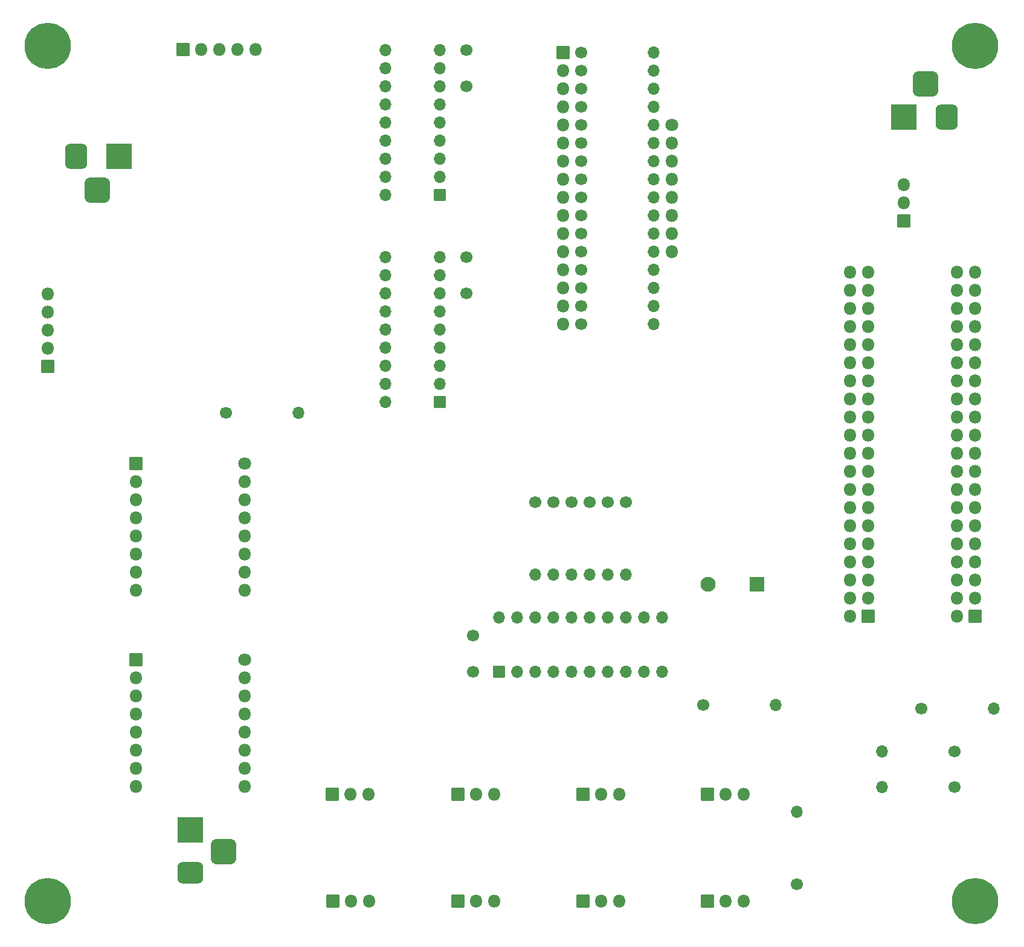
<source format=gbs>
G04 #@! TF.GenerationSoftware,KiCad,Pcbnew,(6.0.2)*
G04 #@! TF.CreationDate,2023-01-23T03:29:59-05:00*
G04 #@! TF.ProjectId,Interface-PCB,496e7465-7266-4616-9365-2d5043422e6b,1.0*
G04 #@! TF.SameCoordinates,Original*
G04 #@! TF.FileFunction,Soldermask,Bot*
G04 #@! TF.FilePolarity,Negative*
%FSLAX46Y46*%
G04 Gerber Fmt 4.6, Leading zero omitted, Abs format (unit mm)*
G04 Created by KiCad (PCBNEW (6.0.2)) date 2023-01-23 03:29:59*
%MOMM*%
%LPD*%
G01*
G04 APERTURE LIST*
G04 Aperture macros list*
%AMRoundRect*
0 Rectangle with rounded corners*
0 $1 Rounding radius*
0 $2 $3 $4 $5 $6 $7 $8 $9 X,Y pos of 4 corners*
0 Add a 4 corners polygon primitive as box body*
4,1,4,$2,$3,$4,$5,$6,$7,$8,$9,$2,$3,0*
0 Add four circle primitives for the rounded corners*
1,1,$1+$1,$2,$3*
1,1,$1+$1,$4,$5*
1,1,$1+$1,$6,$7*
1,1,$1+$1,$8,$9*
0 Add four rect primitives between the rounded corners*
20,1,$1+$1,$2,$3,$4,$5,0*
20,1,$1+$1,$4,$5,$6,$7,0*
20,1,$1+$1,$6,$7,$8,$9,0*
20,1,$1+$1,$8,$9,$2,$3,0*%
G04 Aperture macros list end*
%ADD10RoundRect,0.050000X0.800000X0.800000X-0.800000X0.800000X-0.800000X-0.800000X0.800000X-0.800000X0*%
%ADD11O,1.700000X1.700000*%
%ADD12RoundRect,0.050000X1.000000X1.000000X-1.000000X1.000000X-1.000000X-1.000000X1.000000X-1.000000X0*%
%ADD13C,2.100000*%
%ADD14C,1.700000*%
%ADD15RoundRect,0.050000X-0.850000X-0.850000X0.850000X-0.850000X0.850000X0.850000X-0.850000X0.850000X0*%
%ADD16O,1.800000X1.800000*%
%ADD17C,1.800000*%
%ADD18C,6.500000*%
%ADD19RoundRect,0.050000X-1.750000X-1.750000X1.750000X-1.750000X1.750000X1.750000X-1.750000X1.750000X0*%
%ADD20RoundRect,0.800000X-0.750000X-1.000000X0.750000X-1.000000X0.750000X1.000000X-0.750000X1.000000X0*%
%ADD21RoundRect,0.925000X-0.875000X-0.875000X0.875000X-0.875000X0.875000X0.875000X-0.875000X0.875000X0*%
%ADD22RoundRect,0.050000X0.850000X-0.850000X0.850000X0.850000X-0.850000X0.850000X-0.850000X-0.850000X0*%
%ADD23RoundRect,0.050000X0.850000X0.850000X-0.850000X0.850000X-0.850000X-0.850000X0.850000X-0.850000X0*%
%ADD24RoundRect,0.050000X1.750000X1.750000X-1.750000X1.750000X-1.750000X-1.750000X1.750000X-1.750000X0*%
%ADD25RoundRect,0.800000X0.750000X1.000000X-0.750000X1.000000X-0.750000X-1.000000X0.750000X-1.000000X0*%
%ADD26RoundRect,0.925000X0.875000X0.875000X-0.875000X0.875000X-0.875000X-0.875000X0.875000X-0.875000X0*%
%ADD27RoundRect,0.050000X0.800000X-0.800000X0.800000X0.800000X-0.800000X0.800000X-0.800000X-0.800000X0*%
%ADD28RoundRect,0.050000X1.750000X-1.750000X1.750000X1.750000X-1.750000X1.750000X-1.750000X-1.750000X0*%
%ADD29RoundRect,0.800000X1.000000X-0.750000X1.000000X0.750000X-1.000000X0.750000X-1.000000X-0.750000X0*%
%ADD30RoundRect,0.925000X0.875000X-0.875000X0.875000X0.875000X-0.875000X0.875000X-0.875000X-0.875000X0*%
G04 APERTURE END LIST*
D10*
X120000000Y-60960000D03*
D11*
X120000000Y-58420000D03*
X120000000Y-55880000D03*
X120000000Y-53340000D03*
X120000000Y-50800000D03*
X120000000Y-48260000D03*
X120000000Y-45720000D03*
X120000000Y-43180000D03*
X120000000Y-40640000D03*
X112380000Y-40640000D03*
X112380000Y-43180000D03*
X112380000Y-45720000D03*
X112380000Y-48260000D03*
X112380000Y-50800000D03*
X112380000Y-53340000D03*
X112380000Y-55880000D03*
X112380000Y-58420000D03*
X112380000Y-60960000D03*
D12*
X164410000Y-115500000D03*
D13*
X157590000Y-115500000D03*
D14*
X139820000Y-61280000D03*
D11*
X149980000Y-61280000D03*
D14*
X187420000Y-133000000D03*
D11*
X197580000Y-133000000D03*
D14*
X143515000Y-104010000D03*
D11*
X143515000Y-114170000D03*
D15*
X77380000Y-98610000D03*
D16*
X77380000Y-101150000D03*
X77380000Y-103690000D03*
X77380000Y-106230000D03*
X77380000Y-108770000D03*
X77380000Y-111310000D03*
X77380000Y-113850000D03*
X77380000Y-116390000D03*
D17*
X92620000Y-98610000D03*
D16*
X92620000Y-101150000D03*
X92620000Y-103690000D03*
X92620000Y-106230000D03*
X92620000Y-108770000D03*
X92620000Y-111310000D03*
X92620000Y-113850000D03*
X92620000Y-116390000D03*
D18*
X65000000Y-160000000D03*
D14*
X156920000Y-132500000D03*
D11*
X167080000Y-132500000D03*
D14*
X139820000Y-76520000D03*
D11*
X149980000Y-76520000D03*
D19*
X75000000Y-55500000D03*
D20*
X69000000Y-55500000D03*
D21*
X72000000Y-60200000D03*
D14*
X123700000Y-40640000D03*
X123700000Y-45720000D03*
X139820000Y-43500000D03*
D11*
X149980000Y-43500000D03*
D14*
X139820000Y-46040000D03*
D11*
X149980000Y-46040000D03*
D22*
X157500000Y-145000000D03*
D16*
X160040000Y-145000000D03*
X162580000Y-145000000D03*
D14*
X192080000Y-144000000D03*
D11*
X181920000Y-144000000D03*
D22*
X84000000Y-40500000D03*
D16*
X86540000Y-40500000D03*
X89080000Y-40500000D03*
X91620000Y-40500000D03*
X94160000Y-40500000D03*
D14*
X135895000Y-104010000D03*
D11*
X135895000Y-114170000D03*
D15*
X137220000Y-40950000D03*
D16*
X137220000Y-43490000D03*
X137220000Y-46030000D03*
X137220000Y-48570000D03*
X137220000Y-51110000D03*
X137220000Y-53650000D03*
X137220000Y-56190000D03*
X137220000Y-58730000D03*
X137220000Y-61270000D03*
X137220000Y-63810000D03*
X137220000Y-66350000D03*
X137220000Y-68890000D03*
X137220000Y-71430000D03*
X137220000Y-73970000D03*
X137220000Y-76510000D03*
X137220000Y-79050000D03*
X152460000Y-68890000D03*
X152460000Y-66350000D03*
X152460000Y-63810000D03*
X152460000Y-61270000D03*
X152460000Y-58730000D03*
X152460000Y-56190000D03*
X152460000Y-53650000D03*
D17*
X152460000Y-51110000D03*
D22*
X105000000Y-160000000D03*
D16*
X107540000Y-160000000D03*
X110080000Y-160000000D03*
D18*
X65000000Y-40000000D03*
D10*
X120000000Y-90000000D03*
D11*
X120000000Y-87460000D03*
X120000000Y-84920000D03*
X120000000Y-82380000D03*
X120000000Y-79840000D03*
X120000000Y-77300000D03*
X120000000Y-74760000D03*
X120000000Y-72220000D03*
X120000000Y-69680000D03*
X112380000Y-69680000D03*
X112380000Y-72220000D03*
X112380000Y-74760000D03*
X112380000Y-77300000D03*
X112380000Y-79840000D03*
X112380000Y-82380000D03*
X112380000Y-84920000D03*
X112380000Y-87460000D03*
X112380000Y-90000000D03*
D14*
X139820000Y-71440000D03*
D11*
X149980000Y-71440000D03*
D22*
X104920000Y-145000000D03*
D16*
X107460000Y-145000000D03*
X110000000Y-145000000D03*
D14*
X139820000Y-51120000D03*
D11*
X149980000Y-51120000D03*
D22*
X122500000Y-160000000D03*
D16*
X125040000Y-160000000D03*
X127580000Y-160000000D03*
D14*
X139820000Y-66360000D03*
D11*
X149980000Y-66360000D03*
D23*
X180000000Y-120000000D03*
D16*
X177460000Y-120000000D03*
X180000000Y-117460000D03*
X177460000Y-117460000D03*
X180000000Y-114920000D03*
X177460000Y-114920000D03*
X180000000Y-112380000D03*
X177460000Y-112380000D03*
X180000000Y-109840000D03*
X177460000Y-109840000D03*
X180000000Y-107300000D03*
X177460000Y-107300000D03*
X180000000Y-104760000D03*
X177460000Y-104760000D03*
X180000000Y-102220000D03*
X177460000Y-102220000D03*
X180000000Y-99680000D03*
X177460000Y-99680000D03*
X180000000Y-97140000D03*
X177460000Y-97140000D03*
X180000000Y-94600000D03*
X177460000Y-94600000D03*
X180000000Y-92060000D03*
X177460000Y-92060000D03*
X180000000Y-89520000D03*
X177460000Y-89520000D03*
X180000000Y-86980000D03*
X177460000Y-86980000D03*
X180000000Y-84440000D03*
X177460000Y-84440000D03*
X180000000Y-81900000D03*
X177460000Y-81900000D03*
X180000000Y-79360000D03*
X177460000Y-79360000D03*
X180000000Y-76820000D03*
X177460000Y-76820000D03*
X180000000Y-74280000D03*
X177460000Y-74280000D03*
X180000000Y-71740000D03*
X177460000Y-71740000D03*
D22*
X140000000Y-160000000D03*
D16*
X142540000Y-160000000D03*
X145080000Y-160000000D03*
D22*
X157500000Y-160000000D03*
D16*
X160040000Y-160000000D03*
X162580000Y-160000000D03*
D14*
X133355000Y-104010000D03*
D11*
X133355000Y-114170000D03*
D14*
X170000000Y-157580000D03*
D11*
X170000000Y-147420000D03*
D24*
X185000000Y-50000000D03*
D25*
X191000000Y-50000000D03*
D26*
X188000000Y-45300000D03*
D14*
X139820000Y-58740000D03*
D11*
X149980000Y-58740000D03*
D14*
X139820000Y-40960000D03*
D11*
X149980000Y-40960000D03*
D23*
X184975000Y-64525000D03*
D16*
X184975000Y-61985000D03*
X184975000Y-59445000D03*
D14*
X124625000Y-127810000D03*
X124625000Y-122730000D03*
D22*
X122500000Y-145000000D03*
D16*
X125040000Y-145000000D03*
X127580000Y-145000000D03*
D14*
X123700000Y-69680000D03*
X123700000Y-74760000D03*
X139820000Y-68900000D03*
D11*
X149980000Y-68900000D03*
D14*
X138435000Y-104010000D03*
D11*
X138435000Y-114170000D03*
D27*
X128275000Y-127810000D03*
D11*
X130815000Y-127810000D03*
X133355000Y-127810000D03*
X135895000Y-127810000D03*
X138435000Y-127810000D03*
X140975000Y-127810000D03*
X143515000Y-127810000D03*
X146055000Y-127810000D03*
X148595000Y-127810000D03*
X151135000Y-127810000D03*
X151135000Y-120190000D03*
X148595000Y-120190000D03*
X146055000Y-120190000D03*
X143515000Y-120190000D03*
X140975000Y-120190000D03*
X138435000Y-120190000D03*
X135895000Y-120190000D03*
X133355000Y-120190000D03*
X130815000Y-120190000D03*
X128275000Y-120190000D03*
D28*
X85000000Y-150000000D03*
D29*
X85000000Y-156000000D03*
D30*
X89700000Y-153000000D03*
D23*
X65000000Y-85000000D03*
D16*
X65000000Y-82460000D03*
X65000000Y-79920000D03*
X65000000Y-77380000D03*
X65000000Y-74840000D03*
D14*
X146055000Y-104010000D03*
D11*
X146055000Y-114170000D03*
D18*
X195000000Y-40000000D03*
D14*
X139820000Y-56200000D03*
D11*
X149980000Y-56200000D03*
D14*
X90000000Y-91500000D03*
D11*
X100160000Y-91500000D03*
D14*
X139820000Y-48580000D03*
D11*
X149980000Y-48580000D03*
D14*
X140975000Y-104010000D03*
D11*
X140975000Y-114170000D03*
D14*
X139820000Y-53660000D03*
D11*
X149980000Y-53660000D03*
D14*
X192080000Y-139000000D03*
D11*
X181920000Y-139000000D03*
D14*
X139820000Y-73980000D03*
D11*
X149980000Y-73980000D03*
D18*
X195000000Y-160000000D03*
D14*
X139820000Y-79060000D03*
D11*
X149980000Y-79060000D03*
D22*
X140000000Y-145000000D03*
D16*
X142540000Y-145000000D03*
X145080000Y-145000000D03*
D14*
X139820000Y-63820000D03*
D11*
X149980000Y-63820000D03*
D23*
X195000000Y-120000000D03*
D16*
X192460000Y-120000000D03*
X195000000Y-117460000D03*
X192460000Y-117460000D03*
X195000000Y-114920000D03*
X192460000Y-114920000D03*
X195000000Y-112380000D03*
X192460000Y-112380000D03*
X195000000Y-109840000D03*
X192460000Y-109840000D03*
X195000000Y-107300000D03*
X192460000Y-107300000D03*
X195000000Y-104760000D03*
X192460000Y-104760000D03*
X195000000Y-102220000D03*
X192460000Y-102220000D03*
X195000000Y-99680000D03*
X192460000Y-99680000D03*
X195000000Y-97140000D03*
X192460000Y-97140000D03*
X195000000Y-94600000D03*
X192460000Y-94600000D03*
X195000000Y-92060000D03*
X192460000Y-92060000D03*
X195000000Y-89520000D03*
X192460000Y-89520000D03*
X195000000Y-86980000D03*
X192460000Y-86980000D03*
X195000000Y-84440000D03*
X192460000Y-84440000D03*
X195000000Y-81900000D03*
X192460000Y-81900000D03*
X195000000Y-79360000D03*
X192460000Y-79360000D03*
X195000000Y-76820000D03*
X192460000Y-76820000D03*
X195000000Y-74280000D03*
X192460000Y-74280000D03*
X195000000Y-71740000D03*
X192460000Y-71740000D03*
D15*
X77380000Y-126110000D03*
D16*
X77380000Y-128650000D03*
X77380000Y-131190000D03*
X77380000Y-133730000D03*
X77380000Y-136270000D03*
X77380000Y-138810000D03*
X77380000Y-141350000D03*
X77380000Y-143890000D03*
D17*
X92620000Y-126110000D03*
D16*
X92620000Y-128650000D03*
X92620000Y-131190000D03*
X92620000Y-133730000D03*
X92620000Y-136270000D03*
X92620000Y-138810000D03*
X92620000Y-141350000D03*
X92620000Y-143890000D03*
M02*

</source>
